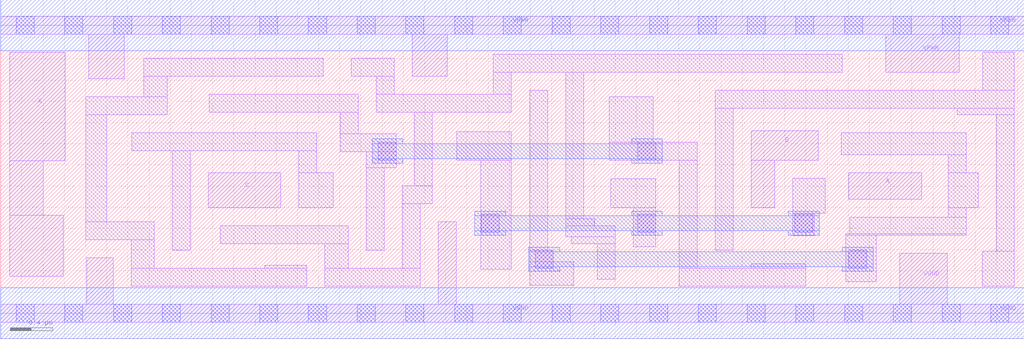
<source format=lef>
# Copyright 2020 The SkyWater PDK Authors
#
# Licensed under the Apache License, Version 2.0 (the "License");
# you may not use this file except in compliance with the License.
# You may obtain a copy of the License at
#
#     https://www.apache.org/licenses/LICENSE-2.0
#
# Unless required by applicable law or agreed to in writing, software
# distributed under the License is distributed on an "AS IS" BASIS,
# WITHOUT WARRANTIES OR CONDITIONS OF ANY KIND, either express or implied.
# See the License for the specific language governing permissions and
# limitations under the License.
#
# SPDX-License-Identifier: Apache-2.0

VERSION 5.7 ;
  NAMESCASESENSITIVE ON ;
  NOWIREEXTENSIONATPIN ON ;
  DIVIDERCHAR "/" ;
  BUSBITCHARS "[]" ;
UNITS
  DATABASE MICRONS 200 ;
END UNITS
PROPERTYDEFINITIONS
  MACRO maskLayoutSubType STRING ;
  MACRO prCellType STRING ;
  MACRO originalViewName STRING ;
END PROPERTYDEFINITIONS
MACRO sky130_fd_sc_hdll__xor3_1
  CLASS CORE ;
  FOREIGN sky130_fd_sc_hdll__xor3_1 ;
  ORIGIN  0.000000  0.000000 ;
  SIZE  9.660000 BY  2.720000 ;
  SYMMETRY X Y R90 ;
  SITE unithd ;
  PIN A
    ANTENNAGATEAREA  0.276000 ;
    DIRECTION INPUT ;
    USE SIGNAL ;
    PORT
      LAYER li1 ;
        RECT 8.005000 1.075000 8.695000 1.325000 ;
    END
  END A
  PIN B
    ANTENNAGATEAREA  0.735900 ;
    DIRECTION INPUT ;
    USE SIGNAL ;
    PORT
      LAYER li1 ;
        RECT 7.085000 0.995000 7.305000 1.445000 ;
        RECT 7.085000 1.445000 7.715000 1.725000 ;
    END
  END B
  PIN C
    ANTENNAGATEAREA  0.425400 ;
    DIRECTION INPUT ;
    USE SIGNAL ;
    PORT
      LAYER li1 ;
        RECT 1.960000 0.995000 2.645000 1.325000 ;
    END
  END C
  PIN VGND
    ANTENNADIFFAREA  0.970950 ;
    DIRECTION INOUT ;
    USE SIGNAL ;
    PORT
      LAYER li1 ;
        RECT 0.000000 -0.085000 9.660000 0.085000 ;
        RECT 0.810000  0.085000 1.060000 0.525000 ;
        RECT 4.130000  0.085000 4.300000 0.865000 ;
        RECT 8.485000  0.085000 8.935000 0.565000 ;
      LAYER mcon ;
        RECT 0.145000 -0.085000 0.315000 0.085000 ;
        RECT 0.605000 -0.085000 0.775000 0.085000 ;
        RECT 1.065000 -0.085000 1.235000 0.085000 ;
        RECT 1.525000 -0.085000 1.695000 0.085000 ;
        RECT 1.985000 -0.085000 2.155000 0.085000 ;
        RECT 2.445000 -0.085000 2.615000 0.085000 ;
        RECT 2.905000 -0.085000 3.075000 0.085000 ;
        RECT 3.365000 -0.085000 3.535000 0.085000 ;
        RECT 3.825000 -0.085000 3.995000 0.085000 ;
        RECT 4.285000 -0.085000 4.455000 0.085000 ;
        RECT 4.745000 -0.085000 4.915000 0.085000 ;
        RECT 5.205000 -0.085000 5.375000 0.085000 ;
        RECT 5.665000 -0.085000 5.835000 0.085000 ;
        RECT 6.125000 -0.085000 6.295000 0.085000 ;
        RECT 6.585000 -0.085000 6.755000 0.085000 ;
        RECT 7.045000 -0.085000 7.215000 0.085000 ;
        RECT 7.505000 -0.085000 7.675000 0.085000 ;
        RECT 7.965000 -0.085000 8.135000 0.085000 ;
        RECT 8.425000 -0.085000 8.595000 0.085000 ;
        RECT 8.885000 -0.085000 9.055000 0.085000 ;
        RECT 9.345000 -0.085000 9.515000 0.085000 ;
      LAYER met1 ;
        RECT 0.000000 -0.240000 9.660000 0.240000 ;
    END
  END VGND
  PIN VPWR
    ANTENNADIFFAREA  1.309400 ;
    DIRECTION INOUT ;
    USE SIGNAL ;
    PORT
      LAYER li1 ;
        RECT 0.000000 2.635000 9.660000 2.805000 ;
        RECT 0.830000 2.215000 1.165000 2.635000 ;
        RECT 3.885000 2.235000 4.215000 2.635000 ;
        RECT 8.355000 2.275000 9.050000 2.635000 ;
      LAYER mcon ;
        RECT 0.145000 2.635000 0.315000 2.805000 ;
        RECT 0.605000 2.635000 0.775000 2.805000 ;
        RECT 1.065000 2.635000 1.235000 2.805000 ;
        RECT 1.525000 2.635000 1.695000 2.805000 ;
        RECT 1.985000 2.635000 2.155000 2.805000 ;
        RECT 2.445000 2.635000 2.615000 2.805000 ;
        RECT 2.905000 2.635000 3.075000 2.805000 ;
        RECT 3.365000 2.635000 3.535000 2.805000 ;
        RECT 3.825000 2.635000 3.995000 2.805000 ;
        RECT 4.285000 2.635000 4.455000 2.805000 ;
        RECT 4.745000 2.635000 4.915000 2.805000 ;
        RECT 5.205000 2.635000 5.375000 2.805000 ;
        RECT 5.665000 2.635000 5.835000 2.805000 ;
        RECT 6.125000 2.635000 6.295000 2.805000 ;
        RECT 6.585000 2.635000 6.755000 2.805000 ;
        RECT 7.045000 2.635000 7.215000 2.805000 ;
        RECT 7.505000 2.635000 7.675000 2.805000 ;
        RECT 7.965000 2.635000 8.135000 2.805000 ;
        RECT 8.425000 2.635000 8.595000 2.805000 ;
        RECT 8.885000 2.635000 9.055000 2.805000 ;
        RECT 9.345000 2.635000 9.515000 2.805000 ;
      LAYER met1 ;
        RECT 0.000000 2.480000 9.660000 2.960000 ;
    END
  END VPWR
  PIN X
    ANTENNADIFFAREA  0.472000 ;
    DIRECTION OUTPUT ;
    USE SIGNAL ;
    PORT
      LAYER li1 ;
        RECT 0.085000 0.350000 0.590000 0.925000 ;
        RECT 0.085000 0.925000 0.400000 1.440000 ;
        RECT 0.085000 1.440000 0.610000 2.465000 ;
    END
  END X
  OBS
    LAYER li1 ;
      RECT 0.800000 0.695000 1.450000 0.865000 ;
      RECT 0.800000 0.865000 1.000000 1.875000 ;
      RECT 0.800000 1.875000 1.570000 2.045000 ;
      RECT 1.230000 0.255000 2.890000 0.425000 ;
      RECT 1.230000 0.425000 1.450000 0.695000 ;
      RECT 1.235000 1.535000 2.985000 1.705000 ;
      RECT 1.350000 2.045000 1.570000 2.235000 ;
      RECT 1.350000 2.235000 3.045000 2.405000 ;
      RECT 1.620000 0.595000 1.790000 1.535000 ;
      RECT 1.970000 1.895000 3.375000 2.065000 ;
      RECT 2.070000 0.655000 3.280000 0.825000 ;
      RECT 2.490000 0.425000 2.890000 0.455000 ;
      RECT 2.815000 0.995000 3.140000 1.325000 ;
      RECT 2.815000 1.325000 2.985000 1.535000 ;
      RECT 3.060000 0.255000 3.960000 0.425000 ;
      RECT 3.060000 0.425000 3.280000 0.655000 ;
      RECT 3.205000 1.525000 3.735000 1.695000 ;
      RECT 3.205000 1.695000 3.375000 1.895000 ;
      RECT 3.310000 2.235000 3.715000 2.405000 ;
      RECT 3.450000 0.595000 3.620000 1.375000 ;
      RECT 3.450000 1.375000 3.735000 1.525000 ;
      RECT 3.545000 1.895000 4.820000 2.065000 ;
      RECT 3.545000 2.065000 3.715000 2.235000 ;
      RECT 3.790000 0.425000 3.960000 1.035000 ;
      RECT 3.790000 1.035000 4.075000 1.205000 ;
      RECT 3.905000 1.205000 4.075000 1.895000 ;
      RECT 4.305000 1.445000 4.820000 1.715000 ;
      RECT 4.530000 0.415000 4.820000 1.445000 ;
      RECT 4.650000 2.065000 4.820000 2.275000 ;
      RECT 4.650000 2.275000 7.945000 2.445000 ;
      RECT 4.995000 0.265000 5.410000 0.485000 ;
      RECT 4.995000 0.485000 5.215000 0.595000 ;
      RECT 4.995000 0.595000 5.165000 2.105000 ;
      RECT 5.335000 0.720000 5.800000 0.825000 ;
      RECT 5.335000 0.825000 5.605000 0.890000 ;
      RECT 5.335000 0.890000 5.505000 2.275000 ;
      RECT 5.385000 0.655000 5.800000 0.720000 ;
      RECT 5.630000 0.320000 5.800000 0.655000 ;
      RECT 5.745000 1.445000 6.575000 1.615000 ;
      RECT 5.745000 1.615000 6.160000 2.045000 ;
      RECT 5.760000 0.995000 6.185000 1.270000 ;
      RECT 5.970000 0.630000 6.185000 0.995000 ;
      RECT 6.405000 0.255000 7.600000 0.425000 ;
      RECT 6.405000 0.425000 6.575000 1.445000 ;
      RECT 6.745000 0.595000 6.915000 1.935000 ;
      RECT 6.745000 1.935000 9.565000 2.105000 ;
      RECT 7.085000 0.425000 7.600000 0.465000 ;
      RECT 7.475000 0.730000 7.680000 0.945000 ;
      RECT 7.475000 0.945000 7.785000 1.275000 ;
      RECT 7.935000 1.495000 9.115000 1.705000 ;
      RECT 7.975000 0.295000 8.265000 0.735000 ;
      RECT 7.975000 0.735000 9.115000 0.750000 ;
      RECT 8.015000 0.750000 9.115000 0.905000 ;
      RECT 8.945000 0.905000 9.115000 0.995000 ;
      RECT 8.945000 0.995000 9.225000 1.325000 ;
      RECT 8.945000 1.325000 9.115000 1.495000 ;
      RECT 9.030000 1.875000 9.565000 1.935000 ;
      RECT 9.265000 0.255000 9.565000 0.585000 ;
      RECT 9.270000 2.105000 9.565000 2.465000 ;
      RECT 9.395000 0.585000 9.565000 1.875000 ;
    LAYER mcon ;
      RECT 3.565000 1.445000 3.735000 1.615000 ;
      RECT 4.535000 0.765000 4.705000 0.935000 ;
      RECT 5.045000 0.425000 5.215000 0.595000 ;
      RECT 6.015000 0.765000 6.185000 0.935000 ;
      RECT 6.015000 1.445000 6.185000 1.615000 ;
      RECT 7.495000 0.765000 7.665000 0.935000 ;
      RECT 8.005000 0.425000 8.175000 0.595000 ;
    LAYER met1 ;
      RECT 3.505000 1.415000 3.795000 1.460000 ;
      RECT 3.505000 1.460000 6.245000 1.600000 ;
      RECT 3.505000 1.600000 3.795000 1.645000 ;
      RECT 4.475000 0.735000 4.765000 0.780000 ;
      RECT 4.475000 0.780000 7.725000 0.920000 ;
      RECT 4.475000 0.920000 4.765000 0.965000 ;
      RECT 4.985000 0.395000 5.275000 0.440000 ;
      RECT 4.985000 0.440000 8.235000 0.580000 ;
      RECT 4.985000 0.580000 5.275000 0.625000 ;
      RECT 5.955000 0.735000 6.245000 0.780000 ;
      RECT 5.955000 0.920000 6.245000 0.965000 ;
      RECT 5.955000 1.415000 6.245000 1.460000 ;
      RECT 5.955000 1.600000 6.245000 1.645000 ;
      RECT 7.435000 0.735000 7.725000 0.780000 ;
      RECT 7.435000 0.920000 7.725000 0.965000 ;
      RECT 7.945000 0.395000 8.235000 0.440000 ;
      RECT 7.945000 0.580000 8.235000 0.625000 ;
  END
  PROPERTY maskLayoutSubType "abstract" ;
  PROPERTY prCellType "standard" ;
  PROPERTY originalViewName "layout" ;
END sky130_fd_sc_hdll__xor3_1

</source>
